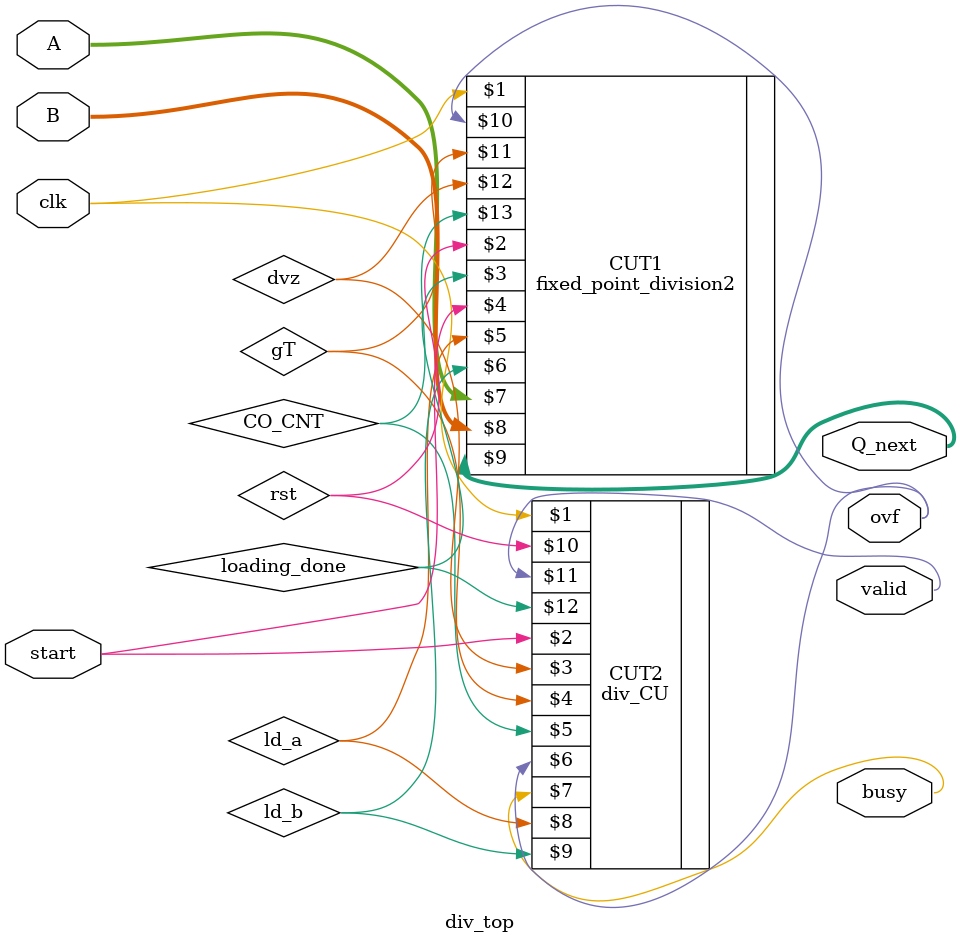
<source format=v>
`timescale 1ns/1ns
module div_top( 
input clk, 
input start,
input [9:0] A,
input [9:0] B, 
output [9:0] Q_next,
output busy,
output valid,
output ovf
);

wire rst, loading_done, ld_a, ld_b, gT, dvz, CO_CNT; 

fixed_point_division2 CUT1(clk, rst, loading_done,start,ld_a,ld_b,A,B,Q_next,ovf,gT, dvz,CO_CNT);

div_CU CUT2 (clk,start,dvz,gT,CO_CNT,ovf,busy,ld_a,ld_b,rst,valid,loading_done);

endmodule
</source>
